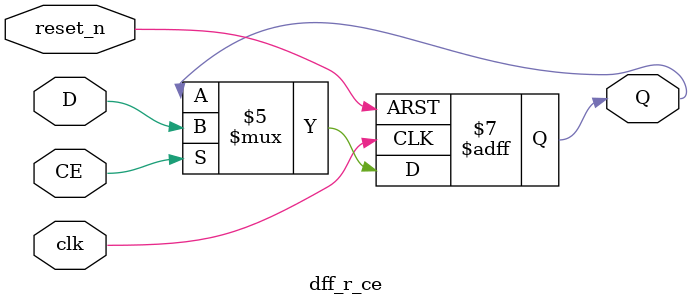
<source format=v>


module dff(D, clk, Q);

input D, clk;
output Q;

reg Q;

always @(posedge clk) begin
	Q <= #1 D;
end

endmodule

//Reset D-flip flop
module dff_r(D, clk, reset_n, Q);

input D, clk, reset_n;
output Q;

reg Q;

always @(posedge clk or negedge reset_n) begin
	if (reset_n == 1'b0) begin
		Q <= #1 1'b0;
	end
	else begin
		Q <= #1 D;
	end

end

endmodule

//Clock enble
module dff_r_ce(D, clk, CE, reset_n, Q);

input D, clk, CE, reset_n;
output Q;

reg Q;

always @(posedge clk or negedge reset_n) begin
	if (reset_n == 1'b0) begin
		Q <= #1 1'b0;
	end
	else begin
		if (CE == 1'b0)
			Q <= #1 Q;
		else 
			Q <= #1 D;
	end
	

end

endmodule
</source>
